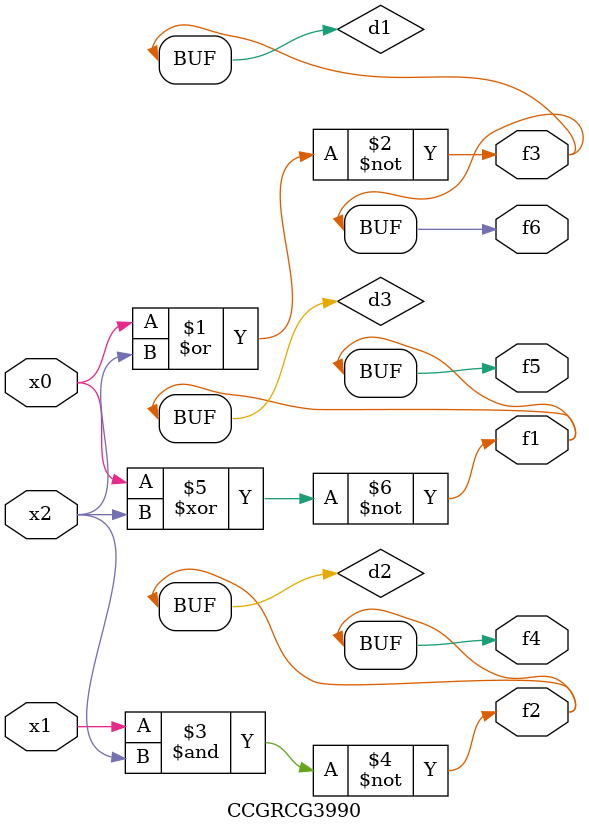
<source format=v>
module CCGRCG3990(
	input x0, x1, x2,
	output f1, f2, f3, f4, f5, f6
);

	wire d1, d2, d3;

	nor (d1, x0, x2);
	nand (d2, x1, x2);
	xnor (d3, x0, x2);
	assign f1 = d3;
	assign f2 = d2;
	assign f3 = d1;
	assign f4 = d2;
	assign f5 = d3;
	assign f6 = d1;
endmodule

</source>
